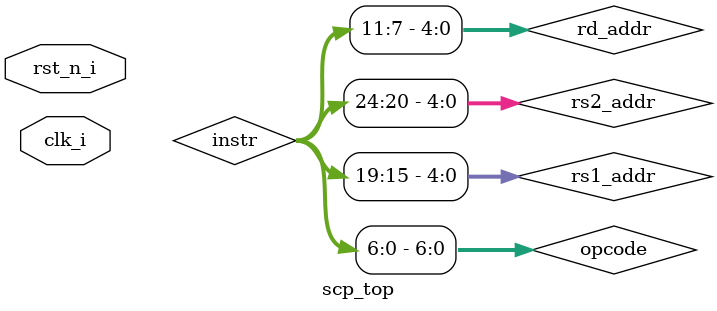
<source format=sv>
module scp_top (
    input logic clk_i, 
    input logic rst_n_i
);

    //PC Selector
    logic [31:0] pc_next_sel;
    
    //PC Signals
    logic [31:0] pc_curr, pc_next, instr;

    //Immediate Extension Signals
    logic [31:0] imm_ext_val;
    
    //Register File Signals
    logic [6:0]  opcode;
    logic [4:0]  rs1_addr, rs2_addr, rd_addr;
    logic [2:0]  func3;
    logic [31:0] rs1_data, rs2_data, wb_data;

    //ALU input selection
    logic [31:0] sel_a_i,sel_b_i;
    
    //ALU Signals
    logic [31:0] alu_out;

    //Store Types
    logic [31:0] wb_addr_store_type, wb_data_store_type;
    
    //Data Memory Signals
    logic [31:0] mem_out;

    //Write Back With Load Types
    logic [31:0] wb_data_load_type;

    //SCP Controller Signals
    logic PC_SEL;
    logic [2:0]  IMM_SEL;
    logic REG_WRITE;
    logic A_SEL, B_SEL;
    logic [3:0] ALU_OP;
    logic WE;
    logic [1:0] WB_SEL;

    assign pc_next_sel = (PC_SEL) ? alu_out : pc_next;

    //PC Instance
    pc pc_inst (
        .clk_i(clk_i),
        .rst_n_i(rst_n_i),
        .pc_next_i(pc_next_sel),
        .pc_o(pc_curr)
    );

    //PC Incrementer (PC + 4)
    adder_plus_4 adder_pc (
        .a_i(pc_curr),
        .b_i(32'd4),
        .c_o(pc_next)
    );

    //Instruction Memory Instance
    instr_mem instr_mem_inst (
        .rst_n_i(rst_n_i),
        .pc_i(pc_curr),  // Word-aligned instruction memory
        .instr_o(instr)
    );

    imm_ext imm_ext_inst(
        .instr_i(instr),
        .IMM_SEL_i(IMM_SEL),
        .imm_ext_val_o(imm_ext_val)
    );

    //Extract Fields from Instruction
    assign opcode   = instr[6:0]; 
    assign rs1_addr = instr[19:15];
    assign rs2_addr = instr[24:20];
    assign rd_addr  = instr[11:7];
    assign func3    = instr[14:12];  // ALU operation from funct3

    //Register File Instance
    reg_file reg_file_inst (
        .clk_i(clk_i),
        .rst_n_i(rst_n_i),
        .REG_WRITE_i(REG_WRITE),
        .rs1_addr_i(rs1_addr),
        .rs2_addr_i(rs2_addr),
        .rd_addr_i(rd_addr),
        .wb_data_i(wb_data),
        .rs1_data_o(rs1_data),
        .rs2_data_o(rs2_data)
    );

    assign sel_a_i = (A_SEL)? pc_curr     : rs1_data;
    assign sel_b_i = (B_SEL)? imm_ext_val : rs2_data;

    //ALU Instance
    alu alu_inst (
        .a_i(sel_a_i),
        .b_i(sel_b_i),
        .alu_op_i(ALU_OP),
        .c_o(alu_out)
    );

    assign wb_data_store_type = (opcode == 7'b0100011) ? (
                                (func3 == 3'b000) ? {24'b0, rs2_data[7:0]}  :
                                (func3 == 3'b001) ? {16'b0, rs2_data[15:0]} :
                                rs2_data
                                )
                                :rs2_data;
    assign wb_addr_store_type = (opcode == 7'b0100011) ? (
                                (func3 == 3'b000) ? {24'b0, alu_out[7:0]}  :
                                (func3 == 3'b001) ? {16'b0, alu_out[15:0]} :
                                alu_out
                                )
                                :alu_out;

    //Data Memory Instance
    data_mem data_mem_inst (
        .clk_i(clk_i),
        .rst_n_i(rst_n_i),
        .WE_i(WE),
        .wb_addr_i(wb_addr_store_type),
        .wb_data_i(wb_data_store_type),
        .wb_data_o(mem_out)
    );

    assign wb_data_load_type = (opcode == 7'b0000011) ? (
                               (func3 == 3'b000) ? {{24{mem_out[7]}}, mem_out[7:0]}  :  // LB (Sign-extend byte)
                               (func3 == 3'b001) ? {{16{mem_out[15]}}, mem_out[15:0]} :  // LH (Sign-extend halfword)
                               (func3 == 3'b100) ? {24'b0, mem_out[7:0]}              :  // LBU (Zero-extend byte)
                               (func3 == 3'b101) ? {16'b0, mem_out[15:0]}             :  // LHU (Zero-extend halfword)
                               mem_out 
                               )                                               // LW (Load Word, no extension)
                               :mem_out;

    scp_controller scp_controller_inst(
                   .instr_i(instr),
                   .rs1_data_i(rs1_data),
                   .rs2_data_i(rs2_data),
                   .PC_SEL_o(PC_SEL),
                   .IMM_SEL_o(IMM_SEL),    
                   .REG_WRITE_o(REG_WRITE),
                   .A_SEL_o(A_SEL),
                   .B_SEL_o(B_SEL),     
                   .ALU_OP_o(ALU_OP), 
                   .WE_o(WE),         
                   .WB_SEL_o(WB_SEL)
                   );

    assign wb_data = (WB_SEL == 2) ? pc_next :
                     (WB_SEL == 1) ? alu_out :
                      wb_data_load_type;

endmodule

</source>
